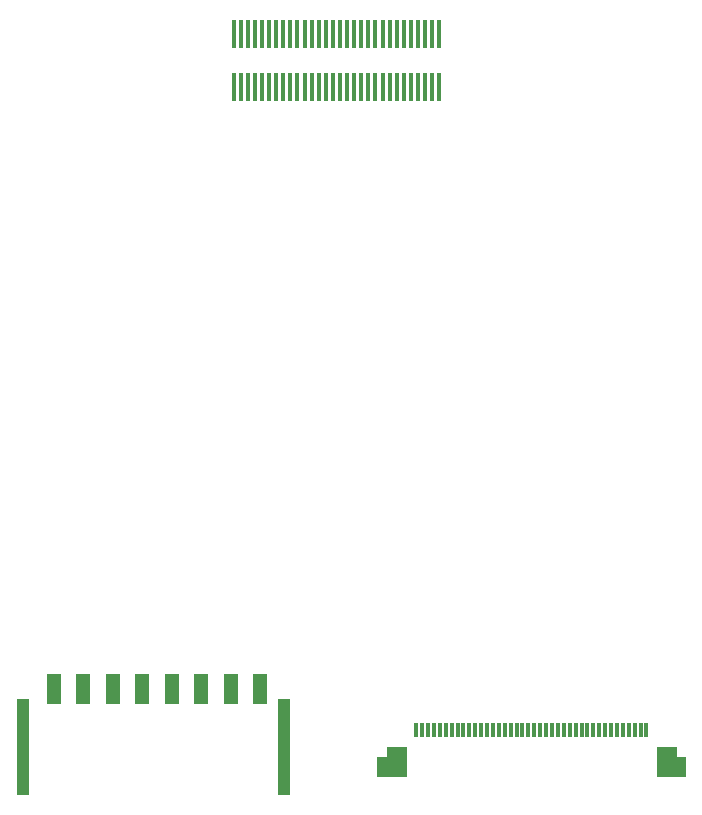
<source format=gbr>
%TF.GenerationSoftware,KiCad,Pcbnew,7.0.8*%
%TF.CreationDate,2024-04-10T10:35:42+02:00*%
%TF.ProjectId,ESLGSU_Adapter,45534c47-5355-45f4-9164-61707465722e,rev?*%
%TF.SameCoordinates,Original*%
%TF.FileFunction,Paste,Top*%
%TF.FilePolarity,Positive*%
%FSLAX46Y46*%
G04 Gerber Fmt 4.6, Leading zero omitted, Abs format (unit mm)*
G04 Created by KiCad (PCBNEW 7.0.8) date 2024-04-10 10:35:42*
%MOMM*%
%LPD*%
G01*
G04 APERTURE LIST*
%ADD10C,0.010000*%
%ADD11R,0.300000X1.200000*%
%ADD12R,1.240000X2.500000*%
%ADD13R,1.100000X8.200000*%
%ADD14R,0.350000X2.450000*%
G04 APERTURE END LIST*
%TO.C,J1*%
D10*
X92850000Y-133562500D02*
X90450000Y-133562500D01*
X90450000Y-131962500D01*
X91250000Y-131962500D01*
X91250000Y-131162500D01*
X92850000Y-131162500D01*
X92850000Y-133562500D01*
G36*
X92850000Y-133562500D02*
G01*
X90450000Y-133562500D01*
X90450000Y-131962500D01*
X91250000Y-131962500D01*
X91250000Y-131162500D01*
X92850000Y-131162500D01*
X92850000Y-133562500D01*
G37*
X115750000Y-131962500D02*
X116550000Y-131962500D01*
X116550000Y-133562500D01*
X114150000Y-133562500D01*
X114150000Y-131162500D01*
X115750000Y-131162500D01*
X115750000Y-131962500D01*
G36*
X115750000Y-131962500D02*
G01*
X116550000Y-131962500D01*
X116550000Y-133562500D01*
X114150000Y-133562500D01*
X114150000Y-131162500D01*
X115750000Y-131162500D01*
X115750000Y-131962500D01*
G37*
%TD*%
D11*
%TO.C,J1*%
X93750000Y-129662500D03*
X94250000Y-129662500D03*
X94750000Y-129662500D03*
X95250000Y-129662500D03*
X95750000Y-129662500D03*
X96250000Y-129662500D03*
X96750000Y-129662500D03*
X97250000Y-129662500D03*
X97750000Y-129662500D03*
X98250000Y-129662500D03*
X98750000Y-129662500D03*
X99250000Y-129662500D03*
X99750000Y-129662500D03*
X100250000Y-129662500D03*
X100750000Y-129662500D03*
X101250000Y-129662500D03*
X101750000Y-129662500D03*
X102250000Y-129662500D03*
X102750000Y-129662500D03*
X103250000Y-129662500D03*
X103750000Y-129662500D03*
X104250000Y-129662500D03*
X104750000Y-129662500D03*
X105250000Y-129662500D03*
X105750000Y-129662500D03*
X106250000Y-129662500D03*
X106750000Y-129662500D03*
X107250000Y-129662500D03*
X107750000Y-129662500D03*
X108250000Y-129662500D03*
X108750000Y-129662500D03*
X109250000Y-129662500D03*
X109750000Y-129662500D03*
X110250000Y-129662500D03*
X110750000Y-129662500D03*
X111250000Y-129662500D03*
X111750000Y-129662500D03*
X112250000Y-129662500D03*
X112750000Y-129662500D03*
X113250000Y-129662500D03*
%TD*%
D12*
%TO.C,J2*%
X80550000Y-126225000D03*
X78050000Y-126225000D03*
X75550000Y-126225000D03*
X73050000Y-126225000D03*
X70550000Y-126225000D03*
X68050000Y-126225000D03*
X65550000Y-126225000D03*
X63050000Y-126225000D03*
D13*
X60480000Y-131155000D03*
X82520000Y-131155000D03*
%TD*%
D14*
%TO.C,J8*%
X78300000Y-75225000D03*
X78300000Y-70775000D03*
X78900000Y-75225000D03*
X78900000Y-70775000D03*
X79500000Y-75225000D03*
X79500000Y-70775000D03*
X80100000Y-75225000D03*
X80100000Y-70775000D03*
X80700000Y-75225000D03*
X80700000Y-70775000D03*
X81300000Y-75225000D03*
X81300000Y-70775000D03*
X81900000Y-75225000D03*
X81900000Y-70775000D03*
X82500000Y-75225000D03*
X82500000Y-70775000D03*
X83100000Y-75225000D03*
X83100000Y-70775000D03*
X83700000Y-75225000D03*
X83700000Y-70775000D03*
X84300000Y-75225000D03*
X84300000Y-70775000D03*
X84900000Y-75225000D03*
X84900000Y-70775000D03*
X85500000Y-75225000D03*
X85500000Y-70775000D03*
X86100000Y-75225000D03*
X86100000Y-70775000D03*
X86700000Y-75225000D03*
X86700000Y-70775000D03*
X87300000Y-75225000D03*
X87300000Y-70775000D03*
X87900000Y-75225000D03*
X87900000Y-70775000D03*
X88500000Y-75225000D03*
X88500000Y-70775000D03*
X89100000Y-75225000D03*
X89100000Y-70775000D03*
X89700000Y-75225000D03*
X89700000Y-70775000D03*
X90300000Y-75225000D03*
X90300000Y-70775000D03*
X90900000Y-75225000D03*
X90900000Y-70775000D03*
X91500000Y-75225000D03*
X91500000Y-70775000D03*
X92100000Y-75225000D03*
X92100000Y-70775000D03*
X92700000Y-75225000D03*
X92700000Y-70775000D03*
X93300000Y-75225000D03*
X93300000Y-70775000D03*
X93900000Y-75225000D03*
X93900000Y-70775000D03*
X94500000Y-75225000D03*
X94500000Y-70775000D03*
X95100000Y-75225000D03*
X95100000Y-70775000D03*
X95700000Y-75225000D03*
X95700000Y-70775000D03*
%TD*%
M02*

</source>
